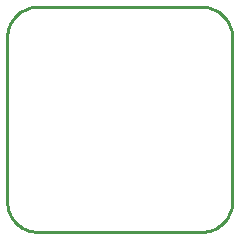
<source format=gbr>
G04 EAGLE Gerber RS-274X export*
G75*
%MOMM*%
%FSLAX34Y34*%
%LPD*%
%IN*%
%IPPOS*%
%AMOC8*
5,1,8,0,0,1.08239X$1,22.5*%
G01*
%ADD10C,0.254000*%


D10*
X-16256Y-108966D02*
X-16159Y-111180D01*
X-15870Y-113377D01*
X-15391Y-115540D01*
X-14724Y-117653D01*
X-13876Y-119701D01*
X-12853Y-121666D01*
X-11662Y-123535D01*
X-10314Y-125293D01*
X-8817Y-126927D01*
X-7183Y-128424D01*
X-5425Y-129772D01*
X-3556Y-130963D01*
X-1591Y-131986D01*
X457Y-132834D01*
X2570Y-133501D01*
X4733Y-133980D01*
X6930Y-134269D01*
X9144Y-134366D01*
X148844Y-134366D01*
X151058Y-134269D01*
X153255Y-133980D01*
X155418Y-133501D01*
X157531Y-132834D01*
X159579Y-131986D01*
X161544Y-130963D01*
X163413Y-129772D01*
X165171Y-128424D01*
X166805Y-126927D01*
X168302Y-125293D01*
X169650Y-123535D01*
X170841Y-121666D01*
X171864Y-119701D01*
X172712Y-117653D01*
X173379Y-115540D01*
X173858Y-113377D01*
X174147Y-111180D01*
X174244Y-108966D01*
X174244Y30734D01*
X174147Y32948D01*
X173858Y35145D01*
X173379Y37308D01*
X172712Y39421D01*
X171864Y41469D01*
X170841Y43434D01*
X169650Y45303D01*
X168302Y47061D01*
X166805Y48695D01*
X165171Y50192D01*
X163413Y51540D01*
X161544Y52731D01*
X159579Y53754D01*
X157531Y54602D01*
X155418Y55269D01*
X153255Y55748D01*
X151058Y56037D01*
X148844Y56134D01*
X9144Y56134D01*
X6930Y56037D01*
X4733Y55748D01*
X2570Y55269D01*
X457Y54602D01*
X-1591Y53754D01*
X-3556Y52731D01*
X-5425Y51540D01*
X-7183Y50192D01*
X-8817Y48695D01*
X-10314Y47061D01*
X-11662Y45303D01*
X-12853Y43434D01*
X-13876Y41469D01*
X-14724Y39421D01*
X-15391Y37308D01*
X-15870Y35145D01*
X-16159Y32948D01*
X-16256Y30734D01*
X-16256Y-108966D01*
M02*

</source>
